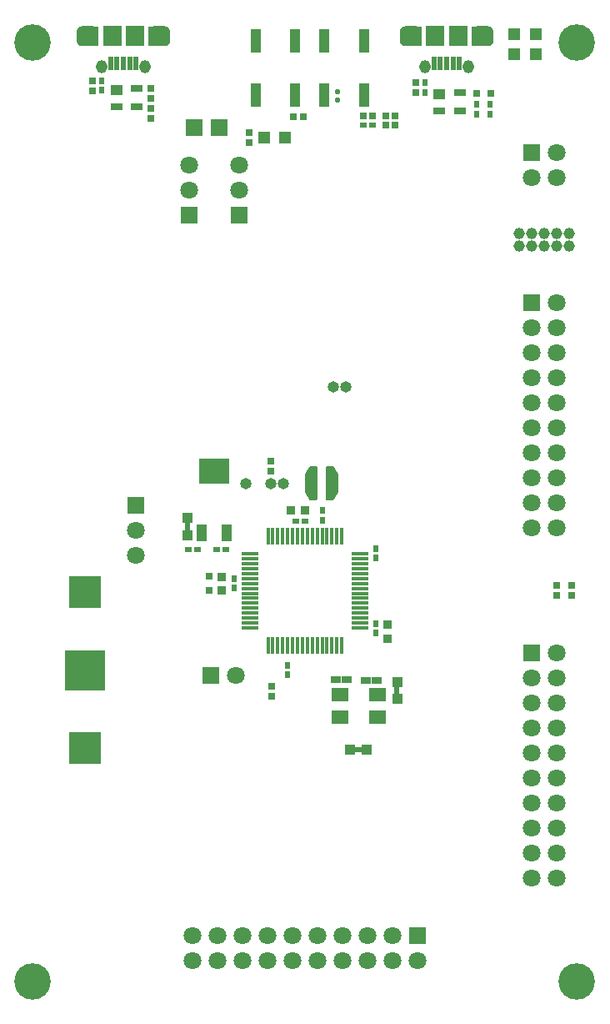
<source format=gts>
G04 Layer_Color=8388736*
%FSLAX43Y43*%
%MOMM*%
G71*
G01*
G75*
%ADD57C,0.550*%
%ADD112R,0.510X0.900*%
%ADD113R,0.900X0.510*%
%ADD114R,1.050X1.100*%
%ADD115R,0.500X1.450*%
%ADD116R,3.300X3.300*%
%ADD117R,4.100X4.100*%
%ADD118R,1.100X2.350*%
%ADD119R,1.100X1.700*%
%ADD120R,3.100X2.600*%
%ADD121O,0.400X1.750*%
%ADD122O,1.750X0.400*%
%ADD123R,1.300X1.300*%
%ADD124R,1.200X0.700*%
%ADD125R,1.200X1.100*%
%ADD126R,0.800X3.400*%
%ADD127R,1.000X0.700*%
%ADD128R,1.100X1.050*%
%ADD129R,1.700X1.400*%
%ADD130R,0.600X0.750*%
%ADD131R,0.650X0.700*%
%ADD132R,0.950X0.900*%
%ADD133R,0.700X0.650*%
%ADD134R,0.750X0.600*%
%ADD135R,0.800X0.800*%
%ADD136R,1.300X1.300*%
%ADD137R,0.800X0.800*%
%ADD138R,0.900X0.950*%
%ADD139R,1.900X2.000*%
G04:AMPARAMS|DCode=140|XSize=2.2mm|YSize=2mm|CornerRadius=0.544mm|HoleSize=0mm|Usage=FLASHONLY|Rotation=0.000|XOffset=0mm|YOffset=0mm|HoleType=Round|Shape=RoundedRectangle|*
%AMROUNDEDRECTD140*
21,1,2.200,0.912,0,0,0.0*
21,1,1.112,2.000,0,0,0.0*
1,1,1.088,0.556,-0.456*
1,1,1.088,-0.556,-0.456*
1,1,1.088,-0.556,0.456*
1,1,1.088,0.556,0.456*
%
%ADD140ROUNDEDRECTD140*%
G04:AMPARAMS|DCode=141|XSize=1.15mm|YSize=1.35mm|CornerRadius=0.575mm|HoleSize=0mm|Usage=FLASHONLY|Rotation=180.000|XOffset=0mm|YOffset=0mm|HoleType=Round|Shape=RoundedRectangle|*
%AMROUNDEDRECTD141*
21,1,1.150,0.200,0,0,180.0*
21,1,0.000,1.350,0,0,180.0*
1,1,1.150,0.000,0.100*
1,1,1.150,0.000,0.100*
1,1,1.150,0.000,-0.100*
1,1,1.150,0.000,-0.100*
%
%ADD141ROUNDEDRECTD141*%
G04:AMPARAMS|DCode=142|XSize=1.15mm|YSize=1.35mm|CornerRadius=0.575mm|HoleSize=0mm|Usage=FLASHONLY|Rotation=180.000|XOffset=0mm|YOffset=0mm|HoleType=Round|Shape=RoundedRectangle|*
%AMROUNDEDRECTD142*
21,1,1.150,0.200,0,0,180.0*
21,1,0.000,1.350,0,0,180.0*
1,1,1.150,0.000,0.100*
1,1,1.150,0.000,0.100*
1,1,1.150,0.000,-0.100*
1,1,1.150,0.000,-0.100*
%
%ADD142ROUNDEDRECTD142*%
%ADD143C,1.800*%
%ADD144R,1.800X1.800*%
%ADD145R,1.800X1.800*%
%ADD146C,1.800*%
%ADD147R,1.800X1.800*%
%ADD148C,1.150*%
%ADD149C,1.150*%
%ADD150C,3.700*%
%ADD151O,1.150X1.140*%
%ADD152R,1.800X1.800*%
G36*
X-44232Y-675D02*
X-44230Y-675D01*
X-44182Y-679D01*
X-44181Y-679D01*
X-44179Y-679D01*
X-44126Y-686D01*
X-44123Y-687D01*
X-44119Y-688D01*
X-44066Y-703D01*
X-44064Y-703D01*
X-44062Y-704D01*
X-44019Y-720D01*
X-44017Y-721D01*
X-44015Y-722D01*
X-43973Y-742D01*
X-43971Y-743D01*
X-43968Y-745D01*
X-43924Y-773D01*
X-43922Y-774D01*
X-43921Y-775D01*
X-43883Y-804D01*
X-43881Y-805D01*
X-43880Y-806D01*
X-43841Y-840D01*
X-43838Y-843D01*
X-43835Y-846D01*
X-43806Y-882D01*
X-43805Y-883D01*
X-43805Y-884D01*
X-43777Y-921D01*
X-43775Y-923D01*
X-43774Y-926D01*
X-43750Y-967D01*
X-43749Y-969D01*
X-43748Y-970D01*
X-43728Y-1012D01*
X-43727Y-1014D01*
X-43726Y-1016D01*
X-43710Y-1058D01*
X-43709Y-1061D01*
X-43708Y-1064D01*
X-43696Y-1115D01*
X-43696Y-1117D01*
X-43695Y-1119D01*
X-43688Y-1164D01*
X-43688Y-1166D01*
X-43688Y-1168D01*
X-43684Y-1221D01*
X-43684Y-1223D01*
X-43684Y-1225D01*
Y-2125D01*
X-43684Y-2127D01*
X-43684Y-2129D01*
X-43688Y-2184D01*
X-43688Y-2186D01*
X-43689Y-2189D01*
X-43697Y-2234D01*
X-43697Y-2235D01*
X-43697Y-2237D01*
X-43709Y-2287D01*
X-43710Y-2290D01*
X-43711Y-2294D01*
X-43727Y-2334D01*
X-43740Y-2366D01*
X-43742Y-2370D01*
X-43744Y-2373D01*
X-43769Y-2416D01*
X-43770Y-2418D01*
X-43771Y-2420D01*
X-43797Y-2457D01*
X-43798Y-2458D01*
X-43799Y-2460D01*
X-43830Y-2498D01*
X-43833Y-2500D01*
X-43835Y-2503D01*
X-43880Y-2544D01*
X-43882Y-2546D01*
X-43884Y-2547D01*
X-43924Y-2577D01*
X-43926Y-2578D01*
X-43927Y-2579D01*
X-43973Y-2609D01*
X-43976Y-2610D01*
X-43979Y-2612D01*
X-44032Y-2636D01*
X-44035Y-2637D01*
X-44039Y-2638D01*
X-44126Y-2664D01*
X-44131Y-2665D01*
X-44135Y-2666D01*
X-44135Y-2666D01*
X-44135Y-2666D01*
X-44135D01*
X-44229Y-2675D01*
X-44232Y-2675D01*
X-44234Y-2675D01*
X-45834D01*
X-45844Y-2674D01*
X-45853Y-2671D01*
X-45862Y-2667D01*
X-45870Y-2661D01*
X-45876Y-2653D01*
X-45880Y-2644D01*
X-45883Y-2635D01*
X-45884Y-2625D01*
Y-725D01*
X-45883Y-715D01*
X-45880Y-706D01*
X-45876Y-697D01*
X-45870Y-689D01*
X-45862Y-683D01*
X-45853Y-679D01*
X-45844Y-676D01*
X-45834Y-675D01*
X-44234D01*
X-44232Y-675D01*
D02*
G37*
G36*
X-28790Y-45376D02*
X-28781Y-45379D01*
X-28772Y-45383D01*
X-28764Y-45389D01*
X-28758Y-45397D01*
X-28754Y-45406D01*
X-28751Y-45415D01*
X-28750Y-45425D01*
Y-48725D01*
X-28751Y-48735D01*
X-28754Y-48744D01*
X-28758Y-48753D01*
X-28764Y-48761D01*
X-28772Y-48767D01*
X-28781Y-48771D01*
X-28790Y-48774D01*
X-28800Y-48775D01*
X-29500D01*
X-29501Y-48775D01*
X-29502Y-48775D01*
X-29506Y-48775D01*
X-29510Y-48774D01*
X-29511Y-48774D01*
X-29512Y-48774D01*
X-29516Y-48772D01*
X-29519Y-48771D01*
X-29520Y-48771D01*
X-29521Y-48770D01*
X-29525Y-48769D01*
X-29528Y-48767D01*
X-29529Y-48766D01*
X-29530Y-48765D01*
X-29533Y-48763D01*
X-29536Y-48761D01*
X-29536Y-48760D01*
X-29537Y-48759D01*
X-29539Y-48756D01*
X-29542Y-48753D01*
X-29542Y-48752D01*
X-29543Y-48751D01*
X-29993Y-48001D01*
X-29995Y-47997D01*
X-29996Y-47994D01*
X-29997Y-47993D01*
X-29997Y-47992D01*
X-29998Y-47988D01*
X-29999Y-47985D01*
X-29999Y-47984D01*
X-30000Y-47982D01*
X-30000Y-47979D01*
X-30000Y-47975D01*
Y-46175D01*
X-30000Y-46171D01*
X-30000Y-46168D01*
X-29999Y-46166D01*
X-29999Y-46165D01*
X-29998Y-46162D01*
X-29997Y-46158D01*
X-29997Y-46157D01*
X-29996Y-46156D01*
X-29995Y-46153D01*
X-29993Y-46149D01*
X-29543Y-45399D01*
X-29542Y-45398D01*
X-29542Y-45397D01*
X-29539Y-45394D01*
X-29537Y-45391D01*
X-29536Y-45390D01*
X-29536Y-45389D01*
X-29533Y-45387D01*
X-29530Y-45385D01*
X-29529Y-45384D01*
X-29528Y-45383D01*
X-29525Y-45381D01*
X-29521Y-45380D01*
X-29520Y-45379D01*
X-29519Y-45379D01*
X-29516Y-45378D01*
X-29512Y-45376D01*
X-29511Y-45376D01*
X-29510Y-45376D01*
X-29506Y-45375D01*
X-29502Y-45375D01*
X-29501Y-45375D01*
X-29500Y-45375D01*
X-28800D01*
X-28790Y-45376D01*
D02*
G37*
G36*
X-27099Y-45375D02*
X-27098Y-45375D01*
X-27094Y-45375D01*
X-27090Y-45376D01*
X-27089Y-45376D01*
X-27088Y-45376D01*
X-27084Y-45378D01*
X-27081Y-45379D01*
X-27080Y-45379D01*
X-27079Y-45380D01*
X-27075Y-45381D01*
X-27072Y-45383D01*
X-27071Y-45384D01*
X-27070Y-45385D01*
X-27067Y-45387D01*
X-27064Y-45389D01*
X-27064Y-45390D01*
X-27063Y-45391D01*
X-27061Y-45394D01*
X-27058Y-45397D01*
X-27058Y-45398D01*
X-27057Y-45399D01*
X-26607Y-46149D01*
X-26605Y-46153D01*
X-26604Y-46156D01*
X-26603Y-46157D01*
X-26603Y-46158D01*
X-26602Y-46162D01*
X-26601Y-46165D01*
X-26601Y-46166D01*
X-26600Y-46168D01*
X-26600Y-46171D01*
X-26600Y-46175D01*
Y-47975D01*
X-26600Y-47979D01*
X-26600Y-47982D01*
X-26601Y-47984D01*
X-26601Y-47985D01*
X-26602Y-47988D01*
X-26603Y-47992D01*
X-26603Y-47993D01*
X-26604Y-47994D01*
X-26605Y-47997D01*
X-26607Y-48001D01*
X-27057Y-48751D01*
X-27058Y-48752D01*
X-27058Y-48753D01*
X-27061Y-48756D01*
X-27063Y-48759D01*
X-27064Y-48760D01*
X-27064Y-48761D01*
X-27067Y-48763D01*
X-27070Y-48765D01*
X-27071Y-48766D01*
X-27072Y-48767D01*
X-27075Y-48769D01*
X-27079Y-48770D01*
X-27080Y-48771D01*
X-27081Y-48771D01*
X-27084Y-48772D01*
X-27088Y-48774D01*
X-27089Y-48774D01*
X-27090Y-48774D01*
X-27094Y-48775D01*
X-27098Y-48775D01*
X-27099Y-48775D01*
X-27100Y-48775D01*
X-27800D01*
X-27810Y-48774D01*
X-27819Y-48771D01*
X-27828Y-48767D01*
X-27836Y-48761D01*
X-27842Y-48753D01*
X-27846Y-48744D01*
X-27849Y-48735D01*
X-27850Y-48725D01*
Y-45425D01*
X-27849Y-45415D01*
X-27846Y-45406D01*
X-27842Y-45397D01*
X-27836Y-45389D01*
X-27828Y-45383D01*
X-27819Y-45379D01*
X-27810Y-45376D01*
X-27800Y-45375D01*
X-27100D01*
X-27099Y-45375D01*
D02*
G37*
G36*
X-18190Y-676D02*
X-18181Y-679D01*
X-18172Y-683D01*
X-18164Y-689D01*
X-18158Y-697D01*
X-18154Y-706D01*
X-18151Y-715D01*
X-18150Y-725D01*
Y-2625D01*
X-18151Y-2635D01*
X-18154Y-2644D01*
X-18158Y-2653D01*
X-18164Y-2661D01*
X-18172Y-2667D01*
X-18181Y-2671D01*
X-18190Y-2674D01*
X-18200Y-2675D01*
X-19800D01*
X-19802Y-2675D01*
X-19804Y-2675D01*
X-19852Y-2671D01*
X-19853Y-2671D01*
X-19855Y-2671D01*
X-19908Y-2664D01*
X-19911Y-2663D01*
X-19915Y-2662D01*
X-19968Y-2647D01*
X-19970Y-2647D01*
X-19972Y-2646D01*
X-20015Y-2630D01*
X-20017Y-2629D01*
X-20019Y-2628D01*
X-20061Y-2608D01*
X-20063Y-2607D01*
X-20066Y-2605D01*
X-20110Y-2577D01*
X-20112Y-2576D01*
X-20113Y-2575D01*
X-20151Y-2546D01*
X-20153Y-2545D01*
X-20154Y-2544D01*
X-20193Y-2510D01*
X-20196Y-2507D01*
X-20199Y-2504D01*
X-20228Y-2468D01*
X-20229Y-2467D01*
X-20229Y-2466D01*
X-20257Y-2429D01*
X-20259Y-2427D01*
X-20260Y-2424D01*
X-20284Y-2383D01*
X-20285Y-2381D01*
X-20286Y-2380D01*
X-20306Y-2338D01*
X-20307Y-2336D01*
X-20308Y-2334D01*
X-20324Y-2292D01*
X-20325Y-2289D01*
X-20326Y-2286D01*
X-20338Y-2235D01*
X-20338Y-2233D01*
X-20339Y-2231D01*
X-20346Y-2186D01*
X-20346Y-2184D01*
X-20346Y-2182D01*
X-20350Y-2129D01*
X-20350Y-2127D01*
X-20350Y-2125D01*
Y-1225D01*
X-20350Y-1223D01*
X-20350Y-1221D01*
X-20346Y-1166D01*
X-20346Y-1164D01*
X-20345Y-1161D01*
X-20337Y-1116D01*
X-20337Y-1115D01*
X-20337Y-1113D01*
X-20325Y-1063D01*
X-20324Y-1060D01*
X-20323Y-1056D01*
X-20307Y-1016D01*
X-20294Y-984D01*
X-20292Y-980D01*
X-20290Y-977D01*
X-20265Y-934D01*
X-20264Y-932D01*
X-20263Y-930D01*
X-20237Y-893D01*
X-20236Y-892D01*
X-20235Y-890D01*
X-20204Y-852D01*
X-20201Y-850D01*
X-20199Y-847D01*
X-20154Y-806D01*
X-20152Y-804D01*
X-20150Y-803D01*
X-20110Y-773D01*
X-20108Y-772D01*
X-20107Y-771D01*
X-20061Y-742D01*
X-20058Y-740D01*
X-20055Y-738D01*
X-20002Y-714D01*
X-19999Y-713D01*
X-19995Y-712D01*
X-19908Y-686D01*
X-19903Y-685D01*
X-19899Y-684D01*
X-19899Y-684D01*
X-19899Y-684D01*
X-19899D01*
X-19805Y-675D01*
X-19802Y-675D01*
X-19800Y-675D01*
X-18200D01*
X-18190Y-676D01*
D02*
G37*
G36*
X-51024D02*
X-51015Y-679D01*
X-51006Y-683D01*
X-50998Y-689D01*
X-50992Y-697D01*
X-50988Y-706D01*
X-50985Y-715D01*
X-50984Y-725D01*
Y-2625D01*
X-50985Y-2635D01*
X-50988Y-2644D01*
X-50992Y-2653D01*
X-50998Y-2661D01*
X-51006Y-2667D01*
X-51015Y-2671D01*
X-51024Y-2674D01*
X-51034Y-2675D01*
X-52634D01*
X-52636Y-2675D01*
X-52638Y-2675D01*
X-52686Y-2671D01*
X-52687Y-2671D01*
X-52689Y-2671D01*
X-52742Y-2664D01*
X-52745Y-2663D01*
X-52749Y-2662D01*
X-52802Y-2647D01*
X-52804Y-2647D01*
X-52806Y-2646D01*
X-52849Y-2630D01*
X-52851Y-2629D01*
X-52853Y-2628D01*
X-52895Y-2608D01*
X-52897Y-2607D01*
X-52900Y-2605D01*
X-52944Y-2577D01*
X-52946Y-2576D01*
X-52947Y-2575D01*
X-52985Y-2546D01*
X-52987Y-2545D01*
X-52988Y-2544D01*
X-53027Y-2510D01*
X-53030Y-2507D01*
X-53033Y-2504D01*
X-53062Y-2468D01*
X-53063Y-2467D01*
X-53063Y-2466D01*
X-53091Y-2429D01*
X-53093Y-2427D01*
X-53094Y-2424D01*
X-53118Y-2383D01*
X-53119Y-2381D01*
X-53120Y-2380D01*
X-53140Y-2338D01*
X-53141Y-2336D01*
X-53142Y-2334D01*
X-53158Y-2292D01*
X-53159Y-2289D01*
X-53160Y-2286D01*
X-53172Y-2235D01*
X-53172Y-2233D01*
X-53173Y-2231D01*
X-53180Y-2186D01*
X-53180Y-2184D01*
X-53180Y-2182D01*
X-53184Y-2129D01*
X-53184Y-2127D01*
X-53184Y-2125D01*
Y-1225D01*
X-53184Y-1223D01*
X-53184Y-1221D01*
X-53180Y-1166D01*
X-53180Y-1164D01*
X-53179Y-1161D01*
X-53171Y-1116D01*
X-53171Y-1115D01*
X-53171Y-1113D01*
X-53159Y-1063D01*
X-53158Y-1060D01*
X-53157Y-1056D01*
X-53141Y-1016D01*
X-53128Y-984D01*
X-53126Y-980D01*
X-53124Y-977D01*
X-53099Y-934D01*
X-53098Y-932D01*
X-53097Y-930D01*
X-53071Y-893D01*
X-53070Y-892D01*
X-53069Y-890D01*
X-53038Y-852D01*
X-53035Y-850D01*
X-53033Y-847D01*
X-52988Y-806D01*
X-52986Y-804D01*
X-52984Y-803D01*
X-52944Y-773D01*
X-52942Y-772D01*
X-52941Y-771D01*
X-52895Y-742D01*
X-52892Y-740D01*
X-52889Y-738D01*
X-52836Y-714D01*
X-52833Y-713D01*
X-52829Y-712D01*
X-52742Y-686D01*
X-52737Y-685D01*
X-52733Y-684D01*
X-52733Y-684D01*
X-52733Y-684D01*
X-52733D01*
X-52639Y-675D01*
X-52636Y-675D01*
X-52634Y-675D01*
X-51034D01*
X-51024Y-676D01*
D02*
G37*
G36*
X-11398Y-675D02*
X-11396Y-675D01*
X-11348Y-679D01*
X-11347Y-679D01*
X-11345Y-679D01*
X-11292Y-686D01*
X-11289Y-687D01*
X-11285Y-688D01*
X-11232Y-703D01*
X-11230Y-703D01*
X-11228Y-704D01*
X-11185Y-720D01*
X-11183Y-721D01*
X-11181Y-722D01*
X-11139Y-742D01*
X-11137Y-743D01*
X-11134Y-745D01*
X-11090Y-773D01*
X-11088Y-774D01*
X-11087Y-775D01*
X-11049Y-804D01*
X-11047Y-805D01*
X-11046Y-806D01*
X-11007Y-840D01*
X-11004Y-843D01*
X-11001Y-846D01*
X-10972Y-882D01*
X-10971Y-883D01*
X-10971Y-884D01*
X-10943Y-921D01*
X-10941Y-923D01*
X-10940Y-926D01*
X-10916Y-967D01*
X-10915Y-969D01*
X-10914Y-970D01*
X-10894Y-1012D01*
X-10893Y-1014D01*
X-10892Y-1016D01*
X-10876Y-1058D01*
X-10875Y-1061D01*
X-10874Y-1064D01*
X-10862Y-1115D01*
X-10862Y-1117D01*
X-10861Y-1119D01*
X-10854Y-1164D01*
X-10854Y-1166D01*
X-10854Y-1168D01*
X-10850Y-1221D01*
X-10850Y-1223D01*
X-10850Y-1225D01*
Y-2125D01*
X-10850Y-2127D01*
X-10850Y-2129D01*
X-10854Y-2184D01*
X-10854Y-2186D01*
X-10855Y-2189D01*
X-10863Y-2234D01*
X-10863Y-2235D01*
X-10863Y-2237D01*
X-10875Y-2287D01*
X-10876Y-2290D01*
X-10877Y-2294D01*
X-10893Y-2334D01*
X-10906Y-2366D01*
X-10908Y-2370D01*
X-10910Y-2373D01*
X-10935Y-2416D01*
X-10936Y-2418D01*
X-10937Y-2420D01*
X-10963Y-2457D01*
X-10964Y-2458D01*
X-10965Y-2460D01*
X-10996Y-2498D01*
X-10999Y-2500D01*
X-11001Y-2503D01*
X-11046Y-2544D01*
X-11048Y-2546D01*
X-11050Y-2547D01*
X-11090Y-2577D01*
X-11092Y-2578D01*
X-11093Y-2579D01*
X-11139Y-2609D01*
X-11142Y-2610D01*
X-11145Y-2612D01*
X-11198Y-2636D01*
X-11201Y-2637D01*
X-11205Y-2638D01*
X-11292Y-2664D01*
X-11297Y-2665D01*
X-11301Y-2666D01*
X-11301Y-2666D01*
X-11301Y-2666D01*
X-11301D01*
X-11395Y-2675D01*
X-11398Y-2675D01*
X-11400Y-2675D01*
X-13000D01*
X-13010Y-2674D01*
X-13019Y-2671D01*
X-13028Y-2667D01*
X-13036Y-2661D01*
X-13042Y-2653D01*
X-13046Y-2644D01*
X-13049Y-2635D01*
X-13050Y-2625D01*
Y-725D01*
X-13049Y-715D01*
X-13046Y-706D01*
X-13042Y-697D01*
X-13036Y-689D01*
X-13028Y-683D01*
X-13019Y-679D01*
X-13010Y-676D01*
X-13000Y-675D01*
X-11400D01*
X-11398Y-675D01*
D02*
G37*
D57*
X-26725Y-8150D02*
D03*
Y-7350D02*
D03*
D112*
X-41920Y-51475D02*
D03*
X-20634Y-68129D02*
D03*
D113*
X-24562Y-74081D02*
D03*
D114*
X-41925Y-50625D02*
D03*
Y-52325D02*
D03*
X-20629Y-67279D02*
D03*
Y-68979D02*
D03*
D115*
X-48434Y-4475D02*
D03*
X-47784D02*
D03*
X-49734D02*
D03*
X-49084D02*
D03*
X-47134D02*
D03*
X-15600D02*
D03*
X-14950D02*
D03*
X-16900D02*
D03*
X-16250D02*
D03*
X-14300D02*
D03*
D116*
X-52375Y-73940D02*
D03*
Y-58140D02*
D03*
D117*
Y-66040D02*
D03*
D118*
X-28000Y-7650D02*
D03*
Y-2150D02*
D03*
X-24000D02*
D03*
Y-7650D02*
D03*
X-35000D02*
D03*
Y-2150D02*
D03*
X-31000D02*
D03*
Y-7650D02*
D03*
D119*
X-37925Y-52075D02*
D03*
X-40525D02*
D03*
D120*
X-39225Y-45825D02*
D03*
D121*
X-33750Y-52425D02*
D03*
X-33250D02*
D03*
X-32750D02*
D03*
X-32250D02*
D03*
X-31750D02*
D03*
X-31250D02*
D03*
X-30750D02*
D03*
X-30250D02*
D03*
X-29750D02*
D03*
X-29250D02*
D03*
X-28750D02*
D03*
X-28250D02*
D03*
X-27750D02*
D03*
X-27250D02*
D03*
X-26750D02*
D03*
X-26250D02*
D03*
Y-63575D02*
D03*
X-26750D02*
D03*
X-27250D02*
D03*
X-27750D02*
D03*
X-28250D02*
D03*
X-28750D02*
D03*
X-29250D02*
D03*
X-29750D02*
D03*
X-30250D02*
D03*
X-30750D02*
D03*
X-31250D02*
D03*
X-31750D02*
D03*
X-32250D02*
D03*
X-32750D02*
D03*
X-33250D02*
D03*
X-33750D02*
D03*
D122*
X-24425Y-54250D02*
D03*
Y-54750D02*
D03*
Y-56250D02*
D03*
Y-56750D02*
D03*
Y-57250D02*
D03*
Y-57750D02*
D03*
Y-58250D02*
D03*
Y-58750D02*
D03*
Y-59250D02*
D03*
Y-59750D02*
D03*
Y-60250D02*
D03*
Y-60750D02*
D03*
Y-61250D02*
D03*
Y-61750D02*
D03*
X-35575D02*
D03*
Y-61250D02*
D03*
Y-60750D02*
D03*
Y-60250D02*
D03*
Y-59750D02*
D03*
Y-59250D02*
D03*
Y-58750D02*
D03*
Y-58250D02*
D03*
Y-57750D02*
D03*
Y-57250D02*
D03*
Y-56750D02*
D03*
Y-56250D02*
D03*
Y-55750D02*
D03*
Y-55250D02*
D03*
Y-54750D02*
D03*
Y-54250D02*
D03*
X-24425Y-55250D02*
D03*
Y-55750D02*
D03*
D123*
X-8750Y-1450D02*
D03*
Y-3550D02*
D03*
X-6500Y-1450D02*
D03*
Y-3550D02*
D03*
D124*
X-49150Y-8878D02*
D03*
X-47050D02*
D03*
Y-6978D02*
D03*
X-16316Y-9300D02*
D03*
X-14216D02*
D03*
Y-7400D02*
D03*
D125*
X-49150Y-7178D02*
D03*
X-16316Y-7600D02*
D03*
D126*
X-29150Y-47075D02*
D03*
X-27450D02*
D03*
D127*
X-23802Y-67057D02*
D03*
X-22702D02*
D03*
X-25762Y-67044D02*
D03*
X-26862D02*
D03*
D128*
X-23712Y-74086D02*
D03*
X-25412D02*
D03*
D129*
X-22662Y-70858D02*
D03*
X-26462D02*
D03*
Y-68558D02*
D03*
X-22662D02*
D03*
D130*
X-22775Y-62300D02*
D03*
Y-61350D02*
D03*
X-11225Y-9575D02*
D03*
Y-8625D02*
D03*
X-12525Y-9575D02*
D03*
Y-8625D02*
D03*
X-17825Y-6425D02*
D03*
Y-7375D02*
D03*
X-31750Y-66525D02*
D03*
Y-65575D02*
D03*
X-22800Y-54675D02*
D03*
Y-53725D02*
D03*
X-28250Y-49850D02*
D03*
Y-50800D02*
D03*
X-37225Y-56775D02*
D03*
Y-57725D02*
D03*
X-50650Y-6228D02*
D03*
Y-7178D02*
D03*
D131*
X-33495Y-44825D02*
D03*
Y-45825D02*
D03*
X-4430Y-58440D02*
D03*
Y-57440D02*
D03*
X-2921Y-58440D02*
D03*
Y-57440D02*
D03*
X-18725Y-7400D02*
D03*
Y-6400D02*
D03*
X-35675Y-11450D02*
D03*
Y-12450D02*
D03*
X-51550Y-7203D02*
D03*
Y-6203D02*
D03*
X-33375Y-68700D02*
D03*
Y-67700D02*
D03*
X-45650Y-10000D02*
D03*
Y-9000D02*
D03*
Y-7975D02*
D03*
Y-6975D02*
D03*
D132*
X-38450Y-56575D02*
D03*
Y-57975D02*
D03*
X-21600Y-62850D02*
D03*
Y-61450D02*
D03*
D133*
X-31150Y-9850D02*
D03*
X-30150D02*
D03*
X-24100Y-9800D02*
D03*
X-23100D02*
D03*
X-20811D02*
D03*
X-21811D02*
D03*
Y-10700D02*
D03*
X-20811D02*
D03*
D134*
X-24075Y-10675D02*
D03*
X-23125D02*
D03*
X-38950Y-53775D02*
D03*
X-38000D02*
D03*
X-40900D02*
D03*
X-41850D02*
D03*
X-30950Y-50900D02*
D03*
X-30000D02*
D03*
D135*
X-11125Y-7500D02*
D03*
X-12525D02*
D03*
D136*
X-34150Y-12000D02*
D03*
X-32050D02*
D03*
D137*
X-39700Y-56550D02*
D03*
Y-57950D02*
D03*
D138*
X-31425Y-49800D02*
D03*
X-30025D02*
D03*
D139*
X-47284Y-1675D02*
D03*
X-49584D02*
D03*
X-14450D02*
D03*
X-16750D02*
D03*
D140*
X-44784Y-1675D02*
D03*
X-52084D02*
D03*
X-11950D02*
D03*
X-19250D02*
D03*
D141*
X-50659Y-4800D02*
D03*
X-13375D02*
D03*
D142*
X-46209D02*
D03*
X-17825D02*
D03*
D143*
X-37055Y-66550D02*
D03*
X-6970Y-16030D02*
D03*
X-4430D02*
D03*
Y-79530D02*
D03*
X-6970D02*
D03*
X-4430Y-82070D02*
D03*
X-6970D02*
D03*
X-4430Y-84610D02*
D03*
X-6970D02*
D03*
Y-74450D02*
D03*
Y-71910D02*
D03*
X-4430D02*
D03*
X-6970Y-69370D02*
D03*
X-4430D02*
D03*
X-6970Y-66830D02*
D03*
X-4430D02*
D03*
Y-74450D02*
D03*
X-6970Y-41430D02*
D03*
X-4430D02*
D03*
Y-43970D02*
D03*
X-6970D02*
D03*
X-4430Y-46510D02*
D03*
X-6970D02*
D03*
X-4430Y-49050D02*
D03*
X-6970D02*
D03*
Y-38890D02*
D03*
Y-36350D02*
D03*
X-4430D02*
D03*
X-6970Y-33810D02*
D03*
X-4430D02*
D03*
X-6970Y-31270D02*
D03*
X-4430D02*
D03*
Y-38890D02*
D03*
X-28730Y-95570D02*
D03*
X-21110D02*
D03*
Y-93030D02*
D03*
X-23650Y-95570D02*
D03*
Y-93030D02*
D03*
X-26190Y-95570D02*
D03*
Y-93030D02*
D03*
X-28730D02*
D03*
X-36350D02*
D03*
X-47156Y-51861D02*
D03*
X-41776Y-14760D02*
D03*
D144*
X-39595Y-66550D02*
D03*
D145*
X-6970Y-13490D02*
D03*
Y-64290D02*
D03*
Y-28730D02*
D03*
X-47156Y-49321D02*
D03*
X-41776Y-19840D02*
D03*
D146*
X-4430Y-13490D02*
D03*
Y-87150D02*
D03*
X-6970Y-76990D02*
D03*
X-4430D02*
D03*
X-6970Y-87150D02*
D03*
X-4430Y-64290D02*
D03*
Y-51590D02*
D03*
X-6970D02*
D03*
X-4430Y-28730D02*
D03*
X-18570Y-95570D02*
D03*
X-41430Y-93030D02*
D03*
X-38890D02*
D03*
Y-95570D02*
D03*
X-36350D02*
D03*
X-33810Y-93030D02*
D03*
Y-95570D02*
D03*
X-31270D02*
D03*
Y-93030D02*
D03*
X-41430Y-95570D02*
D03*
X-47156Y-54401D02*
D03*
X-41776Y-17300D02*
D03*
X-36696Y-14760D02*
D03*
Y-17300D02*
D03*
D147*
X-38730Y-10950D02*
D03*
X-41270D02*
D03*
X-18570Y-93030D02*
D03*
D148*
X-8240Y-21740D02*
D03*
X-5700Y-23010D02*
D03*
X-6970D02*
D03*
Y-21740D02*
D03*
X-5700D02*
D03*
X-4430D02*
D03*
X-3160D02*
D03*
D149*
X-8240Y-23010D02*
D03*
X-3160D02*
D03*
X-4430D02*
D03*
D150*
X-2350Y-2350D02*
D03*
X-57650D02*
D03*
X-2350Y-97650D02*
D03*
X-57650D02*
D03*
D151*
X-33495Y-47125D02*
D03*
X-32225D02*
D03*
X-36035D02*
D03*
X-25850Y-37275D02*
D03*
X-27120D02*
D03*
D152*
X-36696Y-19840D02*
D03*
M02*

</source>
